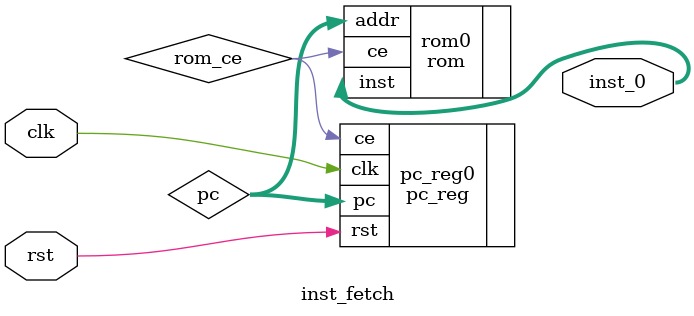
<source format=v>
module inst_fetch(
	input wire clk,
	input wire rst,

	output wire[31:0] inst_0);

	wire[5:0] pc;
	wire rom_ce;

	pc_reg pc_reg0(.clk(clk), .rst(rst), .pc(pc), .ce(rom_ce));

	rom rom0(.ce(rom_ce), .addr(pc), .inst(inst_0));

endmodule
</source>
